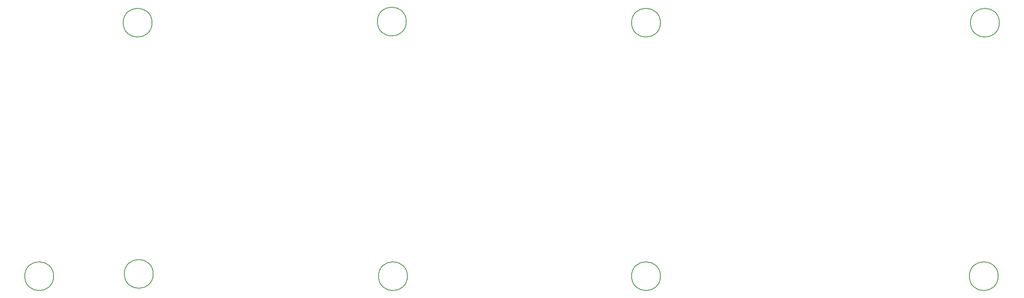
<source format=gbr>
%TF.GenerationSoftware,KiCad,Pcbnew,(5.1.6-0-10_14)*%
%TF.CreationDate,2021-04-03T15:30:38+02:00*%
%TF.ProjectId,Mech50-base,4d656368-3530-42d6-9261-73652e6b6963,rev?*%
%TF.SameCoordinates,Original*%
%TF.FileFunction,Other,Comment*%
%FSLAX46Y46*%
G04 Gerber Fmt 4.6, Leading zero omitted, Abs format (unit mm)*
G04 Created by KiCad (PCBNEW (5.1.6-0-10_14)) date 2021-04-03 15:30:38*
%MOMM*%
%LPD*%
G01*
G04 APERTURE LIST*
%ADD10C,0.150000*%
G04 APERTURE END LIST*
D10*
%TO.C,H3*%
X214782000Y-70612000D02*
G75*
G03*
X214782000Y-70612000I-3200000J0D01*
G01*
%TO.C,H13*%
X80162000Y-127000000D02*
G75*
G03*
X80162000Y-127000000I-3200000J0D01*
G01*
%TO.C,H12*%
X289712000Y-127000000D02*
G75*
G03*
X289712000Y-127000000I-3200000J0D01*
G01*
%TO.C,H5*%
X289966000Y-70612000D02*
G75*
G03*
X289966000Y-70612000I-3200000J0D01*
G01*
%TO.C,H10*%
X102260000Y-126492000D02*
G75*
G03*
X102260000Y-126492000I-3200000J0D01*
G01*
%TO.C,H4*%
X214782000Y-127000000D02*
G75*
G03*
X214782000Y-127000000I-3200000J0D01*
G01*
%TO.C,H2*%
X102006000Y-70612000D02*
G75*
G03*
X102006000Y-70612000I-3200000J0D01*
G01*
%TO.C,H1*%
X158394000Y-70358000D02*
G75*
G03*
X158394000Y-70358000I-3200000J0D01*
G01*
%TO.C,H11*%
X158648000Y-127000000D02*
G75*
G03*
X158648000Y-127000000I-3200000J0D01*
G01*
%TD*%
M02*

</source>
